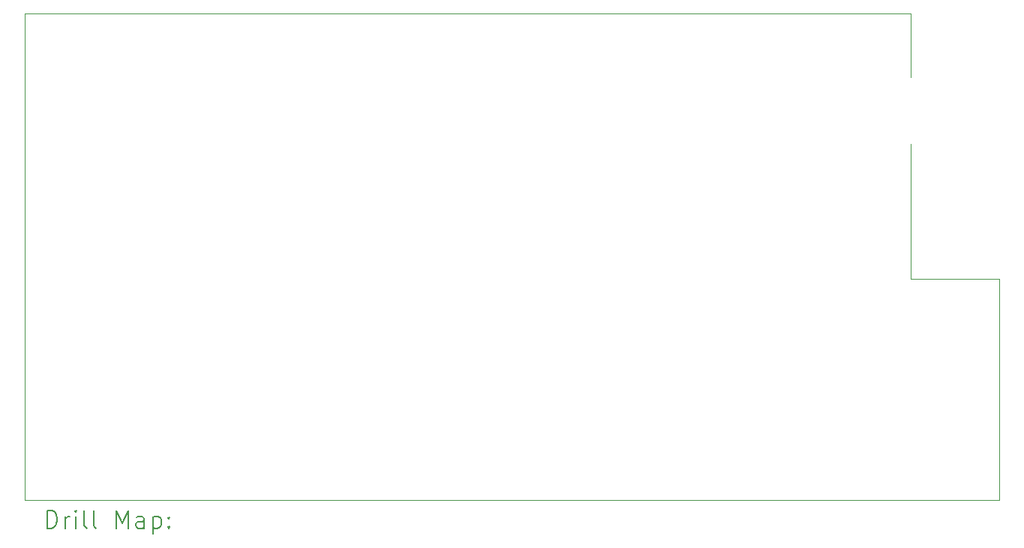
<source format=gbr>
%TF.GenerationSoftware,KiCad,Pcbnew,(6.0.9)*%
%TF.CreationDate,2022-12-08T19:58:19+01:00*%
%TF.ProjectId,battery-case-controller,62617474-6572-4792-9d63-6173652d636f,1*%
%TF.SameCoordinates,Original*%
%TF.FileFunction,Drillmap*%
%TF.FilePolarity,Positive*%
%FSLAX45Y45*%
G04 Gerber Fmt 4.5, Leading zero omitted, Abs format (unit mm)*
G04 Created by KiCad (PCBNEW (6.0.9)) date 2022-12-08 19:58:19*
%MOMM*%
%LPD*%
G01*
G04 APERTURE LIST*
%ADD10C,0.100000*%
%ADD11C,0.200000*%
G04 APERTURE END LIST*
D10*
X10000000Y-13000000D02*
X21000000Y-13000000D01*
X10000000Y-7500000D02*
X10000000Y-13000000D01*
X20000000Y-8225000D02*
X20000000Y-7500000D01*
X20000000Y-7500000D02*
X10000000Y-7500000D01*
X21000000Y-13000000D02*
X21000000Y-10500000D01*
X20000000Y-10500000D02*
X21000000Y-10500000D01*
X20000000Y-10500000D02*
X20000000Y-8975000D01*
D11*
X10252619Y-13315476D02*
X10252619Y-13115476D01*
X10300238Y-13115476D01*
X10328810Y-13125000D01*
X10347857Y-13144048D01*
X10357381Y-13163095D01*
X10366905Y-13201190D01*
X10366905Y-13229762D01*
X10357381Y-13267857D01*
X10347857Y-13286905D01*
X10328810Y-13305952D01*
X10300238Y-13315476D01*
X10252619Y-13315476D01*
X10452619Y-13315476D02*
X10452619Y-13182143D01*
X10452619Y-13220238D02*
X10462143Y-13201190D01*
X10471667Y-13191667D01*
X10490714Y-13182143D01*
X10509762Y-13182143D01*
X10576429Y-13315476D02*
X10576429Y-13182143D01*
X10576429Y-13115476D02*
X10566905Y-13125000D01*
X10576429Y-13134524D01*
X10585952Y-13125000D01*
X10576429Y-13115476D01*
X10576429Y-13134524D01*
X10700238Y-13315476D02*
X10681190Y-13305952D01*
X10671667Y-13286905D01*
X10671667Y-13115476D01*
X10805000Y-13315476D02*
X10785952Y-13305952D01*
X10776429Y-13286905D01*
X10776429Y-13115476D01*
X11033571Y-13315476D02*
X11033571Y-13115476D01*
X11100238Y-13258333D01*
X11166905Y-13115476D01*
X11166905Y-13315476D01*
X11347857Y-13315476D02*
X11347857Y-13210714D01*
X11338333Y-13191667D01*
X11319286Y-13182143D01*
X11281190Y-13182143D01*
X11262143Y-13191667D01*
X11347857Y-13305952D02*
X11328809Y-13315476D01*
X11281190Y-13315476D01*
X11262143Y-13305952D01*
X11252619Y-13286905D01*
X11252619Y-13267857D01*
X11262143Y-13248809D01*
X11281190Y-13239286D01*
X11328809Y-13239286D01*
X11347857Y-13229762D01*
X11443095Y-13182143D02*
X11443095Y-13382143D01*
X11443095Y-13191667D02*
X11462143Y-13182143D01*
X11500238Y-13182143D01*
X11519286Y-13191667D01*
X11528809Y-13201190D01*
X11538333Y-13220238D01*
X11538333Y-13277381D01*
X11528809Y-13296428D01*
X11519286Y-13305952D01*
X11500238Y-13315476D01*
X11462143Y-13315476D01*
X11443095Y-13305952D01*
X11624048Y-13296428D02*
X11633571Y-13305952D01*
X11624048Y-13315476D01*
X11614524Y-13305952D01*
X11624048Y-13296428D01*
X11624048Y-13315476D01*
X11624048Y-13191667D02*
X11633571Y-13201190D01*
X11624048Y-13210714D01*
X11614524Y-13201190D01*
X11624048Y-13191667D01*
X11624048Y-13210714D01*
M02*

</source>
